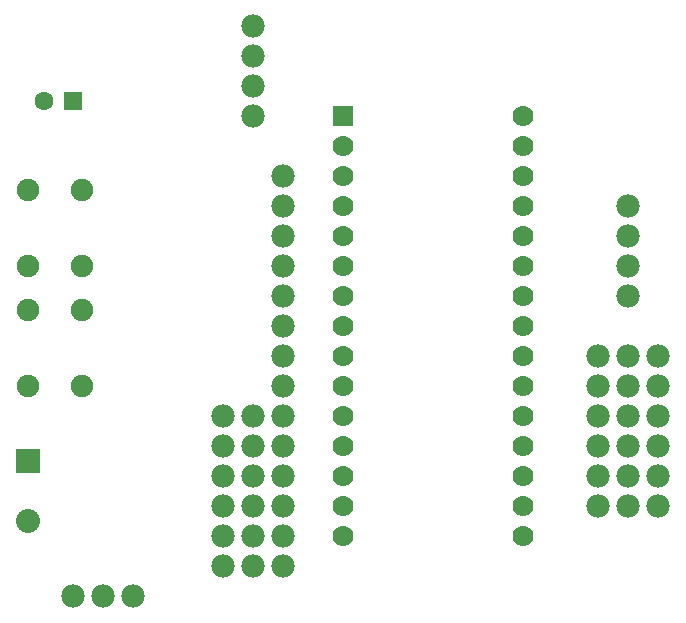
<source format=gtl>
G04 MADE WITH FRITZING*
G04 WWW.FRITZING.ORG*
G04 DOUBLE SIDED*
G04 HOLES PLATED*
G04 CONTOUR ON CENTER OF CONTOUR VECTOR*
%ASAXBY*%
%FSLAX23Y23*%
%MOIN*%
%OFA0B0*%
%SFA1.0B1.0*%
%ADD10C,0.062992*%
%ADD11C,0.078000*%
%ADD12C,0.070000*%
%ADD13C,0.080000*%
%ADD14C,0.075000*%
%ADD15R,0.062992X0.062992*%
%ADD16R,0.069972X0.070000*%
%ADD17R,0.079986X0.080000*%
%LNCOPPER1*%
G90*
G70*
G54D10*
X558Y1898D03*
X460Y1898D03*
G54D11*
X2408Y1548D03*
X2408Y1448D03*
X2408Y1348D03*
X2408Y1248D03*
X2308Y648D03*
X2308Y548D03*
X1258Y1648D03*
X558Y248D03*
X658Y248D03*
X758Y248D03*
G54D12*
X1458Y1848D03*
X1458Y1748D03*
X1458Y1648D03*
X1458Y1548D03*
X1458Y1448D03*
X1458Y1348D03*
X1458Y1248D03*
X1458Y1148D03*
X1458Y1048D03*
X1458Y948D03*
X1458Y848D03*
X1458Y748D03*
X1458Y648D03*
X1458Y548D03*
X1458Y448D03*
X2058Y1848D03*
X2058Y1748D03*
X2058Y1648D03*
X2058Y1548D03*
X2058Y1448D03*
X2058Y1348D03*
X2058Y1248D03*
X2058Y1148D03*
X2058Y1048D03*
X2058Y948D03*
X2058Y848D03*
X2058Y748D03*
X2058Y648D03*
X2058Y548D03*
X2058Y448D03*
G54D13*
X408Y698D03*
X408Y498D03*
G54D11*
X1258Y1548D03*
X1258Y1448D03*
X1258Y1348D03*
X1258Y1248D03*
X1258Y1148D03*
X1258Y1048D03*
X1258Y948D03*
X2408Y1048D03*
X2408Y948D03*
X2408Y848D03*
X2408Y748D03*
X2408Y648D03*
X2408Y548D03*
X2308Y1048D03*
X2308Y948D03*
X2308Y848D03*
X2308Y748D03*
X2508Y1048D03*
X2508Y948D03*
X2508Y848D03*
X2508Y748D03*
X2508Y648D03*
X2508Y548D03*
X1058Y848D03*
X1058Y748D03*
X1058Y648D03*
X1058Y548D03*
X1058Y448D03*
X1058Y348D03*
X1158Y848D03*
X1158Y748D03*
X1158Y648D03*
X1158Y548D03*
X1158Y448D03*
X1158Y348D03*
X1258Y848D03*
X1258Y748D03*
X1258Y648D03*
X1258Y548D03*
X1258Y448D03*
X1258Y348D03*
G54D14*
X586Y1204D03*
X586Y948D03*
X408Y1204D03*
X408Y948D03*
X586Y1604D03*
X586Y1348D03*
X408Y1604D03*
X408Y1348D03*
G54D11*
X1158Y1848D03*
X1158Y1948D03*
X1158Y2048D03*
X1158Y2148D03*
G54D15*
X558Y1898D03*
G54D16*
X1458Y1848D03*
G54D17*
X408Y698D03*
G04 End of Copper1*
M02*
</source>
